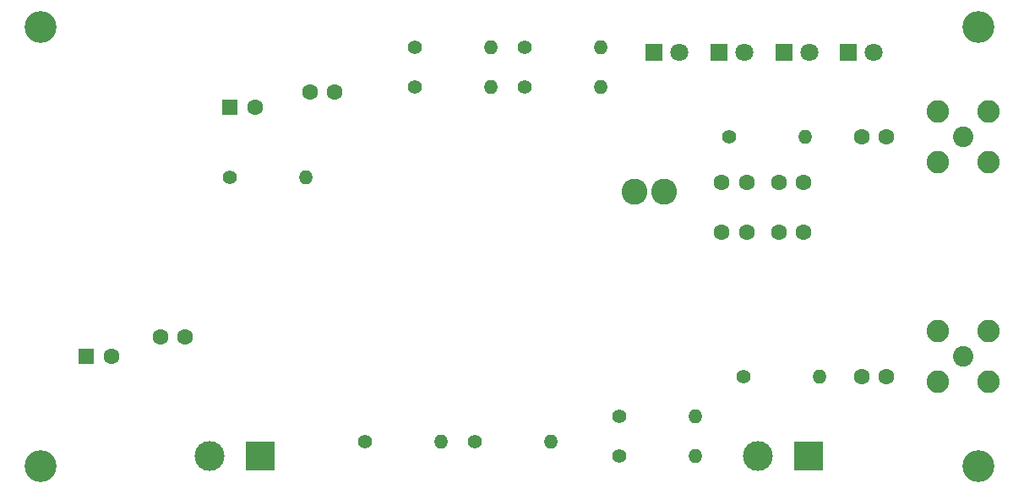
<source format=gbr>
%TF.GenerationSoftware,KiCad,Pcbnew,7.0.10*%
%TF.CreationDate,2024-05-18T19:18:12+08:00*%
%TF.ProjectId,pcb,7063622e-6b69-4636-9164-5f7063625858,rev?*%
%TF.SameCoordinates,Original*%
%TF.FileFunction,Soldermask,Bot*%
%TF.FilePolarity,Negative*%
%FSLAX46Y46*%
G04 Gerber Fmt 4.6, Leading zero omitted, Abs format (unit mm)*
G04 Created by KiCad (PCBNEW 7.0.10) date 2024-05-18 19:18:12*
%MOMM*%
%LPD*%
G01*
G04 APERTURE LIST*
%ADD10C,1.400000*%
%ADD11O,1.400000X1.400000*%
%ADD12R,1.800000X1.800000*%
%ADD13C,1.800000*%
%ADD14C,2.050000*%
%ADD15C,2.250000*%
%ADD16C,1.600000*%
%ADD17C,2.600000*%
%ADD18R,3.000000X3.000000*%
%ADD19C,3.000000*%
%ADD20R,1.600000X1.600000*%
%ADD21C,3.200000*%
G04 APERTURE END LIST*
D10*
%TO.C,R2*%
X120500000Y-55000000D03*
D11*
X128120000Y-55000000D03*
%TD*%
D10*
%TO.C,R3*%
X152000000Y-64000000D03*
D11*
X159620000Y-64000000D03*
%TD*%
D12*
%TO.C,D5*%
X157500000Y-55500000D03*
D13*
X160040000Y-55500000D03*
%TD*%
D10*
%TO.C,R9*%
X141000000Y-96000000D03*
D11*
X148620000Y-96000000D03*
%TD*%
D10*
%TO.C,R4*%
X120500000Y-59000000D03*
D11*
X128120000Y-59000000D03*
%TD*%
D12*
%TO.C,D1*%
X151000000Y-55500000D03*
D13*
X153540000Y-55500000D03*
%TD*%
D10*
%TO.C,R10*%
X153500000Y-88000000D03*
D11*
X161120000Y-88000000D03*
%TD*%
D14*
%TO.C,J2*%
X175500000Y-64000000D03*
D15*
X172960000Y-61460000D03*
X172960000Y-66540000D03*
X178040000Y-61460000D03*
X178040000Y-66540000D03*
%TD*%
D16*
%TO.C,C8*%
X165300000Y-64000000D03*
X167800000Y-64000000D03*
%TD*%
D14*
%TO.C,J3*%
X175500000Y-86000000D03*
D15*
X172960000Y-83460000D03*
X172960000Y-88540000D03*
X178040000Y-83460000D03*
X178040000Y-88540000D03*
%TD*%
D17*
%TO.C,L1*%
X142500000Y-69500000D03*
X145500000Y-69500000D03*
%TD*%
D10*
%TO.C,R6*%
X131500000Y-59000000D03*
D11*
X139120000Y-59000000D03*
%TD*%
D16*
%TO.C,C10*%
X157000000Y-73500000D03*
X159500000Y-73500000D03*
%TD*%
D10*
%TO.C,R5*%
X102000000Y-68000000D03*
D11*
X109620000Y-68000000D03*
%TD*%
D18*
%TO.C,J1*%
X105000000Y-96000000D03*
D19*
X99920000Y-96000000D03*
%TD*%
D16*
%TO.C,C6*%
X151300000Y-73500000D03*
X153800000Y-73500000D03*
%TD*%
D12*
%TO.C,D3*%
X144500000Y-55500000D03*
D13*
X147040000Y-55500000D03*
%TD*%
D10*
%TO.C,R7*%
X115500000Y-94500000D03*
D11*
X123120000Y-94500000D03*
%TD*%
D10*
%TO.C,R8*%
X126500000Y-94500000D03*
D11*
X134120000Y-94500000D03*
%TD*%
D20*
%TO.C,C1*%
X87600000Y-86000000D03*
D16*
X90100000Y-86000000D03*
%TD*%
D18*
%TO.C,J4*%
X160000000Y-96000000D03*
D19*
X154920000Y-96000000D03*
%TD*%
D16*
%TO.C,C4*%
X157000000Y-68500000D03*
X159500000Y-68500000D03*
%TD*%
%TO.C,C2*%
X95000000Y-84000000D03*
X97500000Y-84000000D03*
%TD*%
D10*
%TO.C,R11*%
X141000000Y-92000000D03*
D11*
X148620000Y-92000000D03*
%TD*%
D21*
%TO.C,H1*%
X83000000Y-53000000D03*
%TD*%
%TO.C,H4*%
X83000000Y-97000000D03*
%TD*%
D20*
%TO.C,C7*%
X102000000Y-61000000D03*
D16*
X104500000Y-61000000D03*
%TD*%
D12*
%TO.C,D4*%
X164000000Y-55500000D03*
D13*
X166540000Y-55500000D03*
%TD*%
D21*
%TO.C,H3*%
X177000000Y-97000000D03*
%TD*%
D10*
%TO.C,R1*%
X131500000Y-55000000D03*
D11*
X139120000Y-55000000D03*
%TD*%
D16*
%TO.C,C9*%
X165300000Y-88000000D03*
X167800000Y-88000000D03*
%TD*%
%TO.C,C5*%
X110000000Y-59500000D03*
X112500000Y-59500000D03*
%TD*%
D21*
%TO.C,H2*%
X177000000Y-53000000D03*
%TD*%
D16*
%TO.C,C3*%
X151300000Y-68500000D03*
X153800000Y-68500000D03*
%TD*%
M02*

</source>
